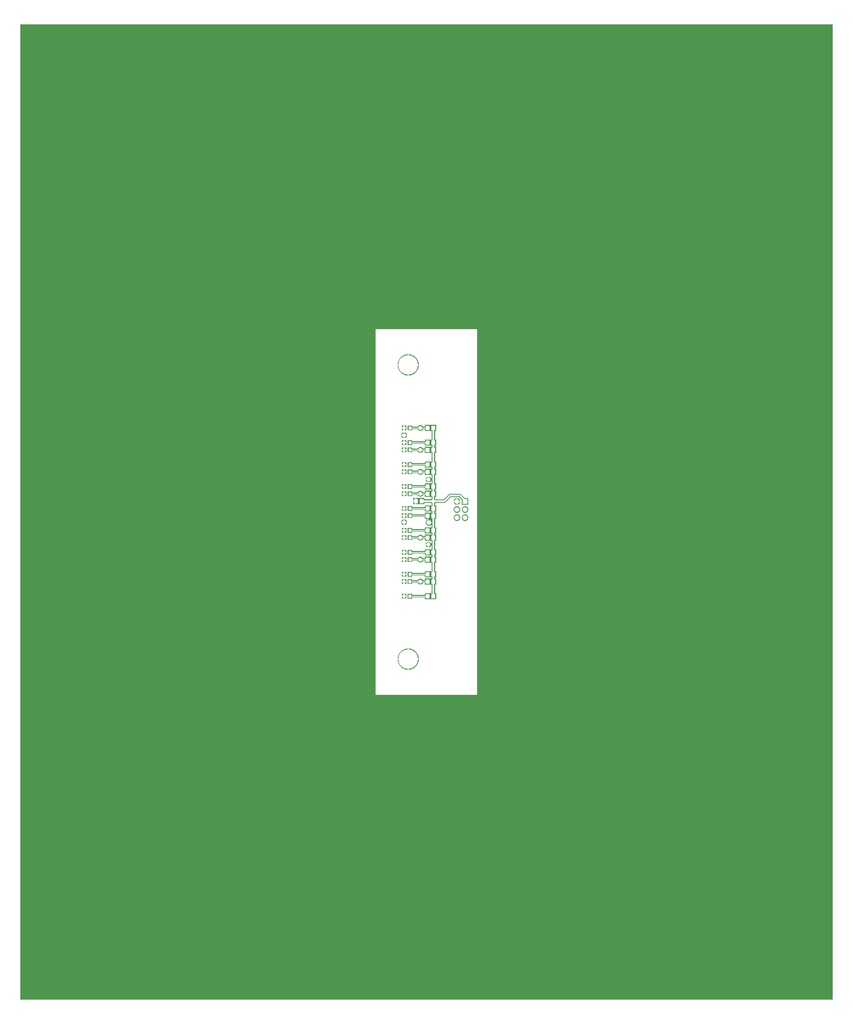
<source format=gbr>
%FSDAX33Y33*%
%MOMM*%
%SFA1B1*%

%IPPOS*%
%AMD18*
4,1,8,0.337820,0.500380,-0.337820,0.500380,-0.449580,0.388620,-0.449580,-0.388620,-0.337820,-0.500380,0.337820,-0.500380,0.449580,-0.388620,0.449580,0.388620,0.337820,0.500380,0.0*
1,1,0.224998,0.337820,0.388620*
1,1,0.224998,-0.337820,0.388620*
1,1,0.224998,-0.337820,-0.388620*
1,1,0.224998,0.337820,-0.388620*
%
%AMD1002*
%
G04~CAMADD=18~8~0.0~0.0~354.3~393.7~44.3~0.0~15~0.0~0.0~0.0~0.0~0~0.0~0.0~0.0~0.0~0~0.0~0.0~0.0~0.0~354.3~393.7*
%ADD18D18*%
%ADD19R,0.900001X1.000001*%
%ADD20R,1.200000X1.400000*%
%ADD21C,0.254000*%
%ADD22C,0.508000*%
%ADD23R,0.330200X0.457200*%
%ADD24C,1.524000*%
%ADD25R,1.524000X1.524000*%
%ADD26C,1.270000*%
%ADD27C,6.096000*%
%LNfilm_top-1*%
%LPD*%
G36*
X253999Y304799D02*
X000000D01*
Y000000*
X253999*
Y304799*
G37*
%LNfilm_top-2*%
%LPC*%
G36*
X142874Y095249D02*
X111124D01*
Y209549*
X142874*
Y095249*
G37*
%LNfilm_top-3*%
%LPD*%
G36*
X120726Y146530D02*
X120141D01*
Y145895*
X120352*
X120495Y145924*
X120616Y146005*
X120697Y146126*
X120726Y146269*
Y146530*
G37*
G36*
X119887D02*
X119303D01*
Y146269*
X119332Y146126*
X119413Y146005*
X119534Y145924*
X119677Y145895*
X119887*
Y146530*
G37*
G36*
Y147418D02*
X119677D01*
X119534Y147389*
X119413Y147308*
X119332Y147187*
X119303Y147044*
Y146784*
X119887*
Y147418*
G37*
G36*
Y149097D02*
X119135D01*
X119148Y148992*
X119238Y148776*
X119380Y148590*
X119566Y148448*
X119782Y148358*
X119887Y148345*
Y149097*
G37*
G36*
X120352Y147418D02*
X120141D01*
Y146784*
X120726*
Y147044*
X120697Y147187*
X120616Y147308*
X120495Y147389*
X120352Y147418*
G37*
G36*
X120718Y145152D02*
X120141D01*
Y144525*
X120718*
Y145152*
G37*
G36*
X127507Y143119D02*
X127402Y143106D01*
X127186Y143016*
X127000Y142874*
X126858Y142688*
X126768Y142472*
X126755Y142366*
X127507*
Y143119*
G37*
G36*
Y142112D02*
X126755D01*
X126768Y142007*
X126858Y141791*
X127000Y141605*
X127186Y141463*
X127402Y141373*
X127507Y141360*
Y142112*
G37*
G36*
X119887Y144271D02*
X119310D01*
Y143645*
X119887*
Y144271*
G37*
G36*
Y145152D02*
X119310D01*
Y144525*
X119887*
Y145152*
G37*
G36*
X120718Y144271D02*
X120141D01*
Y143645*
X120718*
Y144271*
G37*
G36*
X120894Y149097D02*
X120141D01*
Y148345*
X120247Y148358*
X120463Y148448*
X120649Y148590*
X120791Y148776*
X120881Y148992*
X120894Y149097*
G37*
G36*
X120718Y152010D02*
X120141D01*
Y151383*
X120718*
Y152010*
G37*
G36*
X119887D02*
X119310D01*
Y151383*
X119887*
Y152010*
G37*
G36*
X136524Y154186D02*
X136259Y154151D01*
X136012Y154049*
X135800Y153886*
X135637Y153674*
X135535Y153427*
X135500Y153161*
X135535Y152896*
X135637Y152649*
X135800Y152437*
X136012Y152274*
X136259Y152172*
X136524Y152137*
X136790Y152172*
X137037Y152274*
X137249Y152437*
X137412Y152649*
X137514Y152896*
X137549Y153161*
X137514Y153427*
X137412Y153674*
X137249Y153886*
X137037Y154049*
X136790Y154151*
X136524Y154186*
G37*
G36*
X119887Y153388D02*
X119303D01*
Y153127*
X119332Y152984*
X119413Y152863*
X119534Y152782*
X119677Y152753*
X119887*
Y153388*
G37*
G36*
X139064Y154186D02*
X138799Y154151D01*
X138552Y154049*
X138340Y153886*
X138177Y153674*
X138075Y153427*
X138040Y153161*
X138075Y152896*
X138177Y152649*
X138340Y152437*
X138552Y152274*
X138799Y152172*
X139064Y152137*
X139330Y152172*
X139577Y152274*
X139789Y152437*
X139952Y152649*
X140054Y152896*
X140089Y153161*
X140054Y153427*
X139952Y153674*
X139789Y153886*
X139577Y154049*
X139330Y154151*
X139064Y154186*
G37*
G36*
X120718Y151129D02*
X120141D01*
Y150503*
X120718*
Y151129*
G37*
G36*
X120141Y150104D02*
Y149351D01*
X120894*
X120881Y149457*
X120791Y149673*
X120649Y149859*
X120463Y150001*
X120247Y150091*
X120141Y150104*
G37*
G36*
X119887D02*
X119782Y150091D01*
X119566Y150001*
X119380Y149859*
X119238Y149673*
X119148Y149457*
X119135Y149351*
X119887*
Y150104*
G37*
G36*
X136524Y151646D02*
X136259Y151611D01*
X136012Y151509*
X135800Y151346*
X135637Y151134*
X135535Y150887*
X135500Y150621*
X135535Y150356*
X135637Y150109*
X135800Y149897*
X136012Y149734*
X136259Y149632*
X136524Y149597*
X136790Y149632*
X137037Y149734*
X137249Y149897*
X137412Y150109*
X137514Y150356*
X137549Y150621*
X137514Y150887*
X137412Y151134*
X137249Y151346*
X137037Y151509*
X136790Y151611*
X136524Y151646*
G37*
G36*
X119887Y151129D02*
X119310D01*
Y150503*
X119887*
Y151129*
G37*
G36*
X139064Y151646D02*
X138799Y151611D01*
X138552Y151509*
X138340Y151346*
X138177Y151134*
X138075Y150887*
X138040Y150621*
X138075Y150356*
X138177Y150109*
X138340Y149897*
X138552Y149734*
X138799Y149632*
X139064Y149597*
X139330Y149632*
X139577Y149734*
X139789Y149897*
X139952Y150109*
X140054Y150356*
X140089Y150621*
X140054Y150887*
X139952Y151134*
X139789Y151346*
X139577Y151509*
X139330Y151611*
X139064Y151646*
G37*
G36*
X120352Y140560D02*
X120141D01*
Y139926*
X120726*
Y140186*
X120697Y140329*
X120616Y140450*
X120495Y140531*
X120352Y140560*
G37*
G36*
X120330Y126844D02*
X120120D01*
Y126210*
X120704*
Y126470*
X120675Y126613*
X120594Y126734*
X120473Y126815*
X120330Y126844*
G37*
G36*
X119866D02*
X119655D01*
X119512Y126815*
X119391Y126734*
X119310Y126613*
X119281Y126470*
Y126210*
X119866*
Y126844*
G37*
G36*
Y130555D02*
X119288D01*
Y129929*
X119866*
Y130555*
G37*
G36*
Y131436D02*
X119288D01*
Y130809*
X119866*
Y131436*
G37*
G36*
X120696Y130555D02*
X120120D01*
Y129929*
X120696*
Y130555*
G37*
G36*
X120704Y125956D02*
X120120D01*
Y125321*
X120330*
X120473Y125350*
X120594Y125431*
X120675Y125552*
X120704Y125695*
Y125956*
G37*
G36*
X124587Y106298D02*
X121411D01*
Y103123*
X121803Y103154*
X122308Y103275*
X122788Y103474*
X123231Y103746*
X123627Y104083*
X123964Y104479*
X124236Y104922*
X124435Y105402*
X124556Y105907*
X124587Y106298*
G37*
G36*
X121157D02*
X117982D01*
X118013Y105907*
X118134Y105402*
X118333Y104922*
X118605Y104479*
X118942Y104083*
X119338Y103746*
X119781Y103474*
X120261Y103275*
X120766Y103154*
X121157Y103123*
Y106298*
G37*
G36*
Y109728D02*
X120766Y109697D01*
X120261Y109576*
X119781Y109377*
X119338Y109105*
X118942Y108768*
X118605Y108372*
X118333Y107929*
X118134Y107449*
X118013Y106944*
X117982Y106552*
X121157*
Y109728*
G37*
G36*
X119866Y125956D02*
X119281D01*
Y125695*
X119310Y125552*
X119391Y125431*
X119512Y125350*
X119655Y125321*
X119866*
Y125956*
G37*
G36*
X121411Y109728D02*
Y106552D01*
X124587*
X124556Y106944*
X124435Y107449*
X124236Y107929*
X123964Y108372*
X123627Y108768*
X123231Y109105*
X122788Y109377*
X122308Y109576*
X121803Y109697*
X121411Y109728*
G37*
G36*
X120696Y131436D02*
X120120D01*
Y130809*
X120696*
Y131436*
G37*
G36*
X120718Y138294D02*
X120141D01*
Y137667*
X120718*
Y138294*
G37*
G36*
X119887D02*
X119310D01*
Y137667*
X119887*
Y138294*
G37*
G36*
Y139672D02*
X119303D01*
Y139411*
X119332Y139268*
X119413Y139147*
X119534Y139066*
X119677Y139037*
X119887*
Y139672*
G37*
G36*
Y140560D02*
X119677D01*
X119534Y140531*
X119413Y140450*
X119332Y140329*
X119303Y140186*
Y139926*
X119887*
Y140560*
G37*
G36*
X120726Y139672D02*
X120141D01*
Y139037*
X120352*
X120495Y139066*
X120616Y139147*
X120697Y139268*
X120726Y139411*
Y139672*
G37*
G36*
X120718Y137413D02*
X120141D01*
Y136787*
X120718*
Y137413*
G37*
G36*
X120726Y132814D02*
X120141D01*
Y132179*
X120352*
X120495Y132208*
X120616Y132289*
X120697Y132410*
X120726Y132553*
Y132814*
G37*
G36*
X119887D02*
X119303D01*
Y132553*
X119332Y132410*
X119413Y132289*
X119534Y132208*
X119677Y132179*
X119887*
Y132814*
G37*
G36*
Y133702D02*
X119677D01*
X119534Y133673*
X119413Y133592*
X119332Y133471*
X119303Y133328*
Y133068*
X119887*
Y133702*
G37*
G36*
Y137413D02*
X119310D01*
Y136787*
X119887*
Y137413*
G37*
G36*
X120352Y133702D02*
X120141D01*
Y133068*
X120726*
Y133328*
X120697Y133471*
X120616Y133592*
X120495Y133673*
X120352Y133702*
G37*
G36*
X120726Y153388D02*
X120141D01*
Y152753*
X120352*
X120495Y152782*
X120616Y152863*
X120697Y152984*
X120726Y153127*
Y153388*
G37*
G36*
Y173962D02*
X120141D01*
Y173327*
X120352*
X120495Y173356*
X120616Y173437*
X120697Y173558*
X120726Y173701*
Y173962*
G37*
G36*
X119887D02*
X119303D01*
Y173701*
X119332Y173558*
X119413Y173437*
X119534Y173356*
X119677Y173327*
X119887*
Y173962*
G37*
G36*
Y174850D02*
X119677D01*
X119534Y174821*
X119413Y174740*
X119332Y174619*
X119303Y174476*
Y174216*
X119887*
Y174850*
G37*
G36*
Y176275D02*
X119135D01*
X119148Y176170*
X119238Y175954*
X119380Y175768*
X119566Y175626*
X119782Y175536*
X119887Y175523*
Y176275*
G37*
G36*
X120352Y174850D02*
X120141D01*
Y174216*
X120726*
Y174476*
X120697Y174619*
X120616Y174740*
X120495Y174821*
X120352Y174850*
G37*
G36*
X120718Y172584D02*
X120141D01*
Y171957*
X120718*
Y172584*
G37*
G36*
X120352Y167992D02*
X120141D01*
Y167358*
X120726*
Y167618*
X120697Y167761*
X120616Y167882*
X120495Y167963*
X120352Y167992*
G37*
G36*
X119887D02*
X119677D01*
X119534Y167963*
X119413Y167882*
X119332Y167761*
X119303Y167618*
Y167358*
X119887*
Y167992*
G37*
G36*
Y171703D02*
X119310D01*
Y171077*
X119887*
Y171703*
G37*
G36*
Y172584D02*
X119310D01*
Y171957*
X119887*
Y172584*
G37*
G36*
X120718Y171703D02*
X120141D01*
Y171077*
X120718*
Y171703*
G37*
G36*
X120894Y176275D02*
X120141D01*
Y175523*
X120247Y175536*
X120463Y175626*
X120649Y175768*
X120791Y175954*
X120881Y176170*
X120894Y176275*
G37*
G36*
X121157Y198246D02*
X117982D01*
X118013Y197855*
X118134Y197350*
X118333Y196870*
X118605Y196427*
X118942Y196031*
X119338Y195694*
X119781Y195422*
X120261Y195223*
X120766Y195102*
X121157Y195071*
Y198246*
G37*
G36*
X128305Y179642D02*
X128213D01*
X128177*
X126505*
Y179077*
X125896*
X125871Y179137*
X125729Y179323*
X125543Y179465*
X125327Y179555*
X125094Y179585*
X124862Y179555*
X124646Y179465*
X124460Y179323*
X124318Y179137*
X124293Y179077*
X122518*
Y179442*
X121110*
Y177935*
X122518*
Y178300*
X124293*
X124318Y178240*
X124460Y178054*
X124646Y177912*
X124862Y177822*
X125094Y177792*
X125327Y177822*
X125543Y177912*
X125729Y178054*
X125871Y178240*
X125896Y178300*
X126505*
Y177735*
X128177*
X128213Y177734*
X128305*
X128340Y177735*
X128641*
Y175045*
X128340*
X128305*
X128213*
X128177*
X126505*
Y174477*
X122518*
Y174843*
X121110*
Y173335*
X122518*
Y173700*
X126505*
Y173137*
X128177*
X128213Y173137*
X128305*
X128340Y173137*
X128641*
Y172784*
X128340*
X128305*
X128213*
X128177*
X126505*
Y172219*
X125896*
X125871Y172279*
X125729Y172465*
X125543Y172607*
X125327Y172697*
X125094Y172727*
X124862Y172697*
X124646Y172607*
X124460Y172465*
X124318Y172279*
X124293Y172219*
X122518*
Y172584*
X121110*
Y171077*
X122518*
Y171442*
X124293*
X124318Y171382*
X124460Y171196*
X124646Y171054*
X124862Y170964*
X125094Y170934*
X125327Y170964*
X125543Y171054*
X125729Y171196*
X125871Y171382*
X125896Y171442*
X126505*
Y170877*
X128177*
X128213Y170876*
X128305*
X128340Y170877*
X128641*
Y168187*
X128340*
X128305*
X128213*
X128177*
X126505*
Y167619*
X122518*
Y167985*
X121110*
Y166477*
X122518*
Y166842*
X126505*
Y166279*
X128177*
X128213Y166279*
X128305*
X128340Y166279*
X128641*
Y165926*
X128340*
X128305*
X128213*
X128177*
X126505*
Y165361*
X125896*
X125871Y165421*
X125729Y165607*
X125543Y165749*
X125327Y165839*
X125094Y165869*
X124862Y165839*
X124646Y165749*
X124460Y165607*
X124318Y165421*
X124293Y165361*
X122518*
Y165726*
X121110*
Y164219*
X122518*
Y164584*
X124293*
X124318Y164524*
X124460Y164338*
X124646Y164196*
X124862Y164106*
X125094Y164076*
X125327Y164106*
X125543Y164196*
X125729Y164338*
X125871Y164524*
X125896Y164584*
X126505*
Y164019*
X128177*
X128213Y164018*
X128305*
X128340Y164019*
X128641*
Y162702*
X128514Y162693*
X128501Y162792*
X128411Y163008*
X128269Y163194*
X128083Y163336*
X127867Y163426*
X127761Y163439*
Y162559*
Y161680*
X127867Y161693*
X128083Y161783*
X128269Y161925*
X128411Y162111*
X128501Y162327*
X128514Y162426*
X128641Y162417*
Y161354*
X128340*
X128305*
X128213*
X128177*
X126505*
Y160761*
X122518*
Y161127*
X121110*
Y159619*
X122518*
Y159984*
X126505*
Y159447*
X128177*
X128213Y159446*
X128305*
X128340Y159447*
X128641*
Y159068*
X128340*
X128305*
X128213*
X128177*
X126505*
Y158503*
X125896*
X125871Y158563*
X125729Y158749*
X125543Y158891*
X125327Y158981*
X125094Y159011*
X124862Y158981*
X124646Y158891*
X124460Y158749*
X124318Y158563*
X124293Y158503*
X122518*
Y158868*
X121110*
Y157361*
X122518*
Y157726*
X124293*
X124318Y157666*
X124460Y157480*
X124646Y157338*
X124862Y157248*
X125094Y157218*
X125327Y157248*
X125543Y157338*
X125729Y157480*
X125871Y157666*
X125896Y157726*
X126505*
Y157161*
X128177*
X128213Y157160*
X128305*
X128340Y157161*
X128641*
Y156539*
X128524Y156450*
X128445Y156346*
X126340*
Y156782*
X124668*
X124632*
X124541*
X124505*
X123813*
Y155828*
Y154875*
X124505*
X124541*
X124632*
X124668*
X126340*
Y155311*
X128426*
X128524Y155182*
X128641Y155093*
Y154471*
X128340*
X128305*
X128213*
X128177*
X126505*
Y153903*
X122518*
Y154269*
X121110*
Y152761*
X122518*
Y153126*
X126505*
Y152563*
X128177*
X128213Y152563*
X128305*
X128340Y152563*
X128641*
Y152210*
X128305*
X128212*
X126505*
Y151645*
X122518*
Y152010*
X121110*
Y150503*
X122518*
Y150868*
X126505*
Y150303*
X126970*
Y150076*
X126971Y150072*
X126970Y150068*
X126986Y149998*
X127000Y149927*
X127002Y149924*
X127003Y149920*
X127052Y149807*
X126901Y149610*
X126799Y149363*
X126764Y149097*
X126799Y148832*
X126901Y148585*
X127064Y148373*
X127276Y148210*
X127523Y148108*
X127789Y148073*
X128054Y148108*
X128301Y148210*
X128513Y148373*
X128520Y148382*
X128641Y148341*
Y147613*
X128340*
X128305*
X128213*
X128177*
X126505*
Y147045*
X122518*
Y147411*
X121110*
Y145903*
X122518*
Y146268*
X126505*
Y145705*
X128177*
X128213Y145705*
X128305*
X128340Y145705*
X128641*
Y145352*
X128340*
X128305*
X128213*
X128177*
X126505*
Y144787*
X125896*
X125871Y144847*
X125729Y145033*
X125543Y145175*
X125327Y145265*
X125094Y145295*
X124862Y145265*
X124646Y145175*
X124460Y145033*
X124318Y144847*
X124293Y144787*
X122518*
Y145152*
X121110*
Y143645*
X122518*
Y144010*
X124293*
X124318Y143950*
X124460Y143764*
X124646Y143622*
X124862Y143532*
X125094Y143502*
X125327Y143532*
X125543Y143622*
X125729Y143764*
X125871Y143950*
X125896Y144010*
X126505*
Y143445*
X128177*
X128213Y143444*
X128305*
X128340Y143445*
X128641*
Y142382*
X128514Y142373*
X128501Y142472*
X128411Y142688*
X128269Y142874*
X128083Y143016*
X127867Y143106*
X127761Y143119*
Y142239*
Y141360*
X127867Y141373*
X128083Y141463*
X128269Y141605*
X128411Y141791*
X128501Y142007*
X128514Y142106*
X128641Y142097*
Y141985*
X128675Y141813*
X128641Y141640*
Y140755*
X128340*
X128305*
X128213*
X128177*
X126505*
Y140187*
X122518*
Y140553*
X121110*
Y139045*
X122518*
Y139410*
X126505*
Y138847*
X128177*
X128213Y138847*
X128305*
X128340Y138847*
X128641*
Y138494*
X128340*
X128305*
X128213*
X128177*
X126505*
Y137929*
X125896*
X125871Y137989*
X125729Y138175*
X125543Y138317*
X125327Y138407*
X125094Y138437*
X124862Y138407*
X124646Y138317*
X124460Y138175*
X124318Y137989*
X124293Y137929*
X122518*
Y138294*
X121110*
Y136787*
X122518*
Y137152*
X124293*
X124318Y137092*
X124460Y136906*
X124646Y136764*
X124862Y136674*
X125094Y136644*
X125327Y136674*
X125543Y136764*
X125729Y136906*
X125871Y137092*
X125896Y137152*
X126505*
Y136587*
X128177*
X128213Y136586*
X128305*
X128340Y136587*
X128641*
Y133897*
X128340*
X128305*
X128213*
X128177*
X126505*
Y133329*
X122518*
Y133695*
X121110*
Y132187*
X122518*
Y132552*
X126505*
Y131989*
X128177*
X128213Y131989*
X128305*
X128340Y131989*
X128641*
Y131636*
X128340*
X128305*
X128213*
X128177*
X126505*
Y131071*
X125896*
X125871Y131131*
X125729Y131317*
X125543Y131459*
X125327Y131549*
X125094Y131579*
X124862Y131549*
X124646Y131459*
X124460Y131317*
X124318Y131131*
X124293Y131071*
X122496*
Y131436*
X121088*
Y129929*
X122496*
Y130294*
X124293*
X124318Y130234*
X124460Y130048*
X124646Y129906*
X124862Y129816*
X125094Y129786*
X125327Y129816*
X125543Y129906*
X125729Y130048*
X125871Y130234*
X125896Y130294*
X126505*
Y129729*
X128177*
X128213Y129728*
X128305*
X128340Y129729*
X128641*
Y127039*
X128340*
X128305*
X128213*
X128177*
X126505*
Y126471*
X122496*
Y126837*
X121088*
Y125329*
X122496*
Y125694*
X126505*
Y125131*
X128177*
X128213Y125131*
X128305*
X128340Y125131*
X130012*
Y127039*
X129676*
Y129729*
X130012*
Y131636*
X129676*
Y131989*
X130012*
Y133897*
X129676*
Y136587*
X130012*
Y138494*
X129676*
Y138847*
X130012*
Y140755*
X129676*
Y141640*
X129642Y141813*
X129676Y141985*
Y143445*
X130012*
Y145352*
X129676*
Y145705*
X130012*
Y147613*
X129676*
Y150303*
X130012*
Y152210*
X129676*
Y152563*
X130012*
Y154471*
X129676*
Y155093*
X129793Y155182*
X129882Y155298*
X132600*
X132798Y155337*
X132966Y155450*
X134555Y157038*
X137250*
X138048Y156239*
Y154685*
X140080*
Y156717*
X139035*
X137831Y157922*
X137662Y158034*
X137464Y158074*
X134340*
X134142Y158034*
X133974Y157922*
X132386Y156334*
X129882*
X129793Y156450*
X129676Y156539*
Y157161*
X130012*
Y159068*
X129676*
Y159447*
X130012*
Y161354*
X129676*
Y164019*
X130012*
Y165926*
X129676*
Y166279*
X130012*
Y168187*
X129676*
Y170877*
X130012*
Y172784*
X129676*
Y173137*
X130012*
Y175045*
X129676*
Y177735*
X130012*
Y179642*
X128340*
X128305*
G37*
G36*
X124587Y198246D02*
X121411D01*
Y195071*
X121803Y195102*
X122308Y195223*
X122788Y195422*
X123231Y195694*
X123627Y196031*
X123964Y196427*
X124236Y196870*
X124435Y197350*
X124556Y197855*
X124587Y198246*
G37*
G36*
X121411Y201676D02*
Y198500D01*
X124587*
X124556Y198892*
X124435Y199397*
X124236Y199877*
X123964Y200320*
X123627Y200716*
X123231Y201053*
X122788Y201325*
X122308Y201524*
X121803Y201645*
X121411Y201676*
G37*
G36*
X121157D02*
X120766Y201645D01*
X120261Y201524*
X119781Y201325*
X119338Y201053*
X118942Y200716*
X118605Y200320*
X118333Y199877*
X118134Y199397*
X118013Y198892*
X117982Y198500*
X121157*
Y201676*
G37*
G36*
X120718Y179442D02*
X120141D01*
Y178815*
X120718*
Y179442*
G37*
G36*
X120141Y177282D02*
Y176529D01*
X120894*
X120881Y176635*
X120791Y176851*
X120649Y177037*
X120463Y177179*
X120247Y177269*
X120141Y177282*
G37*
G36*
X119887D02*
X119782Y177269D01*
X119566Y177179*
X119380Y177037*
X119238Y176851*
X119148Y176635*
X119135Y176529*
X119887*
Y177282*
G37*
G36*
Y178561D02*
X119310D01*
Y177935*
X119887*
Y178561*
G37*
G36*
Y179442D02*
X119310D01*
Y178815*
X119887*
Y179442*
G37*
G36*
X120718Y178561D02*
X120141D01*
Y177935*
X120718*
Y178561*
G37*
G36*
X120726Y167104D02*
X120141D01*
Y166469*
X120352*
X120495Y166498*
X120616Y166579*
X120697Y166700*
X120726Y166843*
Y167104*
G37*
G36*
X123559Y156782D02*
X122833D01*
Y155955*
X123559*
Y156782*
G37*
G36*
X136651Y156710D02*
Y155828D01*
X137533*
X137514Y155967*
X137412Y156214*
X137249Y156426*
X137037Y156589*
X136790Y156691*
X136651Y156710*
G37*
G36*
X119887Y157987D02*
X119310D01*
Y157361*
X119887*
Y157987*
G37*
G36*
Y158868D02*
X119310D01*
Y158241*
X119887*
Y158868*
G37*
G36*
X120718Y157987D02*
X120141D01*
Y157361*
X120718*
Y157987*
G37*
G36*
X136397Y156710D02*
X136259Y156691D01*
X136012Y156589*
X135800Y156426*
X135637Y156214*
X135535Y155967*
X135516Y155828*
X136397*
Y156710*
G37*
G36*
X120352Y154276D02*
X120141D01*
Y153642*
X120726*
Y153902*
X120697Y154045*
X120616Y154166*
X120495Y154247*
X120352Y154276*
G37*
G36*
X119887D02*
X119677D01*
X119534Y154247*
X119413Y154166*
X119332Y154045*
X119303Y153902*
Y153642*
X119887*
Y154276*
G37*
G36*
X136397Y155574D02*
X135516D01*
X135535Y155436*
X135637Y155189*
X135800Y154977*
X136012Y154814*
X136259Y154712*
X136397Y154693*
Y155574*
G37*
G36*
X123559Y155701D02*
X122833D01*
Y154875*
X123559*
Y155701*
G37*
G36*
X137533Y155574D02*
X136651D01*
Y154693*
X136790Y154712*
X137037Y154814*
X137249Y154977*
X137412Y155189*
X137514Y155436*
X137533Y155574*
G37*
G36*
X120718Y158868D02*
X120141D01*
Y158241*
X120718*
Y158868*
G37*
G36*
Y164845D02*
X120141D01*
Y164219*
X120718*
Y164845*
G37*
G36*
X119887D02*
X119310D01*
Y164219*
X119887*
Y164845*
G37*
G36*
Y165726D02*
X119310D01*
Y165099*
X119887*
Y165726*
G37*
G36*
Y167104D02*
X119303D01*
Y166843*
X119332Y166700*
X119413Y166579*
X119534Y166498*
X119677Y166469*
X119887*
Y167104*
G37*
G36*
X120718Y165726D02*
X120141D01*
Y165099*
X120718*
Y165726*
G37*
G36*
X127507Y163439D02*
X127402Y163426D01*
X127186Y163336*
X127000Y163194*
X126858Y163008*
X126768Y162792*
X126755Y162686*
X127507*
Y163439*
G37*
G36*
X120726Y160246D02*
X120141D01*
Y159611*
X120352*
X120495Y159640*
X120616Y159721*
X120697Y159842*
X120726Y159985*
Y160246*
G37*
G36*
X119887D02*
X119303D01*
Y159985*
X119332Y159842*
X119413Y159721*
X119534Y159640*
X119677Y159611*
X119887*
Y160246*
G37*
G36*
Y161134D02*
X119677D01*
X119534Y161105*
X119413Y161024*
X119332Y160903*
X119303Y160760*
Y160500*
X119887*
Y161134*
G37*
G36*
X127507Y162432D02*
X126755D01*
X126768Y162327*
X126858Y162111*
X127000Y161925*
X127186Y161783*
X127402Y161693*
X127507Y161680*
Y162432*
G37*
G36*
X120352Y161134D02*
X120141D01*
Y160500*
X120726*
Y160760*
X120697Y160903*
X120616Y161024*
X120495Y161105*
X120352Y161134*
G37*
%LNfilm_top-4*%
%LPC*%
G54D21*
X119993Y126083D02*
Y130682D01*
X120014Y130704D01*
Y132941D01*
Y137540D01*
Y139799D01*
Y142239D01*
Y144398D01*
Y142239D02*
X127634D01*
X120014Y144398D02*
Y146657D01*
Y149224D01*
Y151256D01*
Y153515D01*
Y155574D01*
X120268Y155828D01*
X120014Y156082D02*
Y158114D01*
Y156082D02*
D01*
Y158114D02*
Y160373D01*
Y162673D01*
Y164972D01*
Y162673D02*
X120128Y162559D01*
X120014Y164972D02*
Y167231D01*
Y171830D01*
Y174089D01*
Y176402D01*
Y178688D01*
Y156082D02*
X120268Y155828D01*
X120128Y162559D02*
X127634D01*
X120268Y155828D02*
X123687D01*
X121792Y126083D02*
X127356D01*
X121792Y130682D02*
X125094D01*
X121814Y132941D02*
X127356D01*
X121814Y137540D02*
X125094D01*
X121814Y139799D02*
X127356D01*
X121814Y144398D02*
X125094D01*
X121814Y146657D02*
X127356D01*
X121814Y151256D02*
X127359D01*
X121814Y153515D02*
X127356D01*
X121814Y158114D02*
X125094D01*
X121814Y160373D02*
X127331D01*
X121814Y164972D02*
X125094D01*
X121814Y167231D02*
X127356D01*
X121814Y171830D02*
X125094D01*
X121814Y174089D02*
X127356D01*
X121814Y178688D02*
X125094D01*
Y130682D02*
X127359D01*
X125094Y137540D02*
X127359D01*
X125094Y144398D02*
X127359D01*
X125094Y158114D02*
X127359D01*
X125094Y164972D02*
X127359D01*
X125094Y171830D02*
X127359D01*
X125094Y178688D02*
X127359D01*
G54D22*
X125486Y155828D02*
X129146D01*
G54D21*
X127331Y160373D02*
X127359Y160400D01*
X127356Y126083D02*
X127359Y126085D01*
X127356Y132941D02*
X127359Y132943D01*
X127356Y139799D02*
X127359Y139801D01*
X127356Y146657D02*
X127359Y146659D01*
X127356Y153515D02*
X127359Y153517D01*
X127356Y167231D02*
X127359Y167233D01*
X127356Y174089D02*
X127359Y174091D01*
Y150076D02*
Y151256D01*
Y150076D02*
X127789Y149097D01*
G54D22*
X129146Y155828D02*
X129158Y155816D01*
Y126085D02*
Y130682D01*
Y132943D01*
Y137540D01*
Y139801D01*
Y141640D01*
G54D21*
X129158Y141640D02*
Y141985D01*
G54D22*
X129158Y141985D02*
Y144398D01*
Y146659D01*
Y151256D01*
Y153517D01*
Y155816D01*
Y158114D01*
Y155816D02*
X132600D01*
X129158Y158114D02*
Y160400D01*
Y164972D01*
Y167233D01*
Y171830D01*
Y174091D01*
Y178688D01*
X132600Y155816D02*
X134340Y157556D01*
X137464D01*
X139115Y155905D01*
G54D21*
X139115Y155905D02*
X139268Y156057D01*
G54D18*
X119993Y126083D03*
G54D19*
X119993Y130682D03*
G54D18*
X120014Y132941D03*
G54D19*
X120014Y137540D03*
G54D18*
X120014Y139799D03*
G54D19*
X120014Y144398D03*
G54D18*
X120014Y146657D03*
G54D19*
X120014Y151256D03*
G54D18*
X120014Y153515D03*
G54D19*
X120014Y158114D03*
G54D18*
X120014Y160373D03*
G54D19*
X120014Y164972D03*
G54D18*
X120014Y167231D03*
G54D19*
X120014Y171830D03*
G54D18*
X120014Y174089D03*
G54D19*
X120014Y178688D03*
G54D23*
X120053Y155828D03*
G54D19*
X121792Y126083D03*
Y130682D03*
X121814Y132941D03*
Y137540D03*
Y139799D03*
Y144398D03*
Y146657D03*
Y151256D03*
Y153515D03*
Y158114D03*
Y160373D03*
Y164972D03*
Y167231D03*
Y171830D03*
Y174089D03*
Y178688D03*
G54D20*
X123687Y155828D03*
X125486D03*
X127359Y126085D03*
Y130682D03*
Y132943D03*
Y137540D03*
Y139801D03*
Y144398D03*
Y146659D03*
Y151256D03*
Y153517D03*
Y158114D03*
Y160400D03*
Y164972D03*
Y167233D03*
Y171830D03*
Y174091D03*
Y178688D03*
G54D24*
X127789Y149097D03*
G54D20*
X129158Y126085D03*
Y130682D03*
Y132943D03*
Y137540D03*
Y139801D03*
Y144398D03*
Y146659D03*
Y151256D03*
Y153517D03*
Y158114D03*
Y160400D03*
Y164972D03*
Y167233D03*
Y171830D03*
Y174091D03*
Y178688D03*
G54D24*
X136524Y150621D03*
Y153161D03*
Y155701D03*
X139064Y150621D03*
Y153161D03*
G54D25*
X139064Y155701D03*
G54D26*
X120014Y149224D03*
Y176402D03*
G54D27*
X121284Y106425D03*
Y198373D03*
G54D26*
X125094Y130682D03*
Y137540D03*
Y144398D03*
Y158114D03*
Y164972D03*
Y171830D03*
Y178688D03*
X127634Y142239D03*
Y162559D03*
X129158Y155816D03*
M02*
</source>
